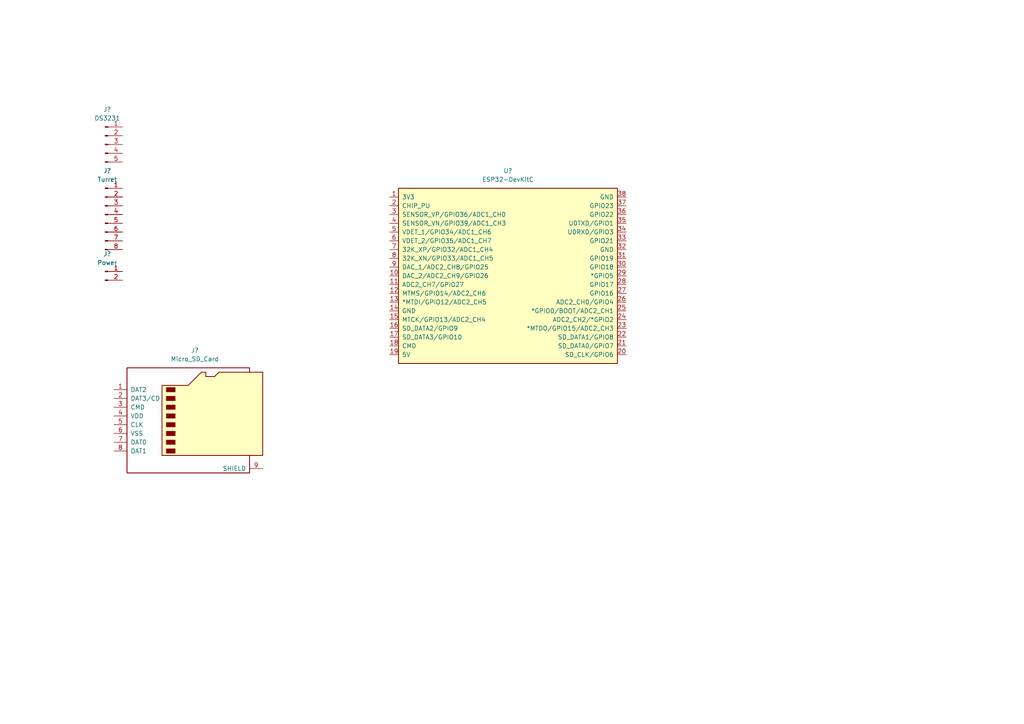
<source format=kicad_sch>
(kicad_sch (version 20211123) (generator eeschema)
  (paper "A4")
  (lib_symbols
    (symbol "Connector:Conn_01x02_Male" (pin_names (offset 1.016) hide)
      (property "Reference" "J" (at 0 2.54 0))
      (property "Value" "Conn_01x02_Male" (at 0 -5.08 0))
      (symbol "Conn_01x02_Male_1_1"
        (polyline (pts (xy 1.27 -2.54) (xy 0.8636 -2.54)) (stroke (width 0.1524)))
        (polyline (pts (xy 1.27 0) (xy 0.8636 0)) (stroke (width 0.1524)))
        (rectangle (start 0.8636 -2.413) (end 0 -2.667) (stroke (width 0.1524)) (fill (type outline)))
        (rectangle (start 0.8636 0.127) (end 0 -0.127) (stroke (width 0.1524)) (fill (type outline)))
        (pin passive line (at 5.08 0 180) (length 3.81) (name "Pin_1") (number "1"))
        (pin passive line (at 5.08 -2.54 180) (length 3.81) (name "Pin_2") (number "2"))
      )
    )
    (symbol "Connector:Conn_01x05_Male" (pin_names (offset 1.016) hide)
      (property "Reference" "J" (at 0 7.62 0))
      (property "Value" "Conn_01x05_Male" (at 0 -7.62 0))
      (symbol "Conn_01x05_Male_1_1"
        (polyline (pts (xy 1.27 -5.08) (xy 0.8636 -5.08)) (stroke (width 0.1524)))
        (polyline (pts (xy 1.27 -2.54) (xy 0.8636 -2.54)) (stroke (width 0.1524)))
        (polyline (pts (xy 1.27 0) (xy 0.8636 0)) (stroke (width 0.1524)))
        (polyline (pts (xy 1.27 2.54) (xy 0.8636 2.54)) (stroke (width 0.1524)))
        (polyline (pts (xy 1.27 5.08) (xy 0.8636 5.08)) (stroke (width 0.1524)))
        (rectangle (start 0.8636 -4.953) (end 0 -5.207) (stroke (width 0.1524)) (fill (type outline)))
        (rectangle (start 0.8636 -2.413) (end 0 -2.667) (stroke (width 0.1524)) (fill (type outline)))
        (rectangle (start 0.8636 0.127) (end 0 -0.127) (stroke (width 0.1524)) (fill (type outline)))
        (rectangle (start 0.8636 2.667) (end 0 2.413) (stroke (width 0.1524)) (fill (type outline)))
        (rectangle (start 0.8636 5.207) (end 0 4.953) (stroke (width 0.1524)) (fill (type outline)))
        (pin passive line (at 5.08 5.08 180) (length 3.81) (name "Pin_1") (number "1"))
        (pin passive line (at 5.08 2.54 180) (length 3.81) (name "Pin_2") (number "2"))
        (pin passive line (at 5.08 0 180) (length 3.81) (name "Pin_3") (number "3"))
        (pin passive line (at 5.08 -2.54 180) (length 3.81) (name "Pin_4") (number "4"))
        (pin passive line (at 5.08 -5.08 180) (length 3.81) (name "Pin_5") (number "5"))
      )
    )
    (symbol "Connector:Conn_01x08_Male" (pin_names (offset 1.016) hide)
      (property "Reference" "J" (at 0 10.16 0))
      (property "Value" "Conn_01x08_Male" (at 0 -12.7 0))
      (symbol "Conn_01x08_Male_1_1"
        (polyline (pts (xy 1.27 -10.16) (xy 0.8636 -10.16)) (stroke (width 0.1524)))
        (polyline (pts (xy 1.27 -7.62) (xy 0.8636 -7.62)) (stroke (width 0.1524)))
        (polyline (pts (xy 1.27 -5.08) (xy 0.8636 -5.08)) (stroke (width 0.1524)))
        (polyline (pts (xy 1.27 -2.54) (xy 0.8636 -2.54)) (stroke (width 0.1524)))
        (polyline (pts (xy 1.27 0) (xy 0.8636 0)) (stroke (width 0.1524)))
        (polyline (pts (xy 1.27 2.54) (xy 0.8636 2.54)) (stroke (width 0.1524)))
        (polyline (pts (xy 1.27 5.08) (xy 0.8636 5.08)) (stroke (width 0.1524)))
        (polyline (pts (xy 1.27 7.62) (xy 0.8636 7.62)) (stroke (width 0.1524)))
        (rectangle (start 0.8636 -10.033) (end 0 -10.287) (stroke (width 0.1524)) (fill (type outline)))
        (rectangle (start 0.8636 -7.493) (end 0 -7.747) (stroke (width 0.1524)) (fill (type outline)))
        (rectangle (start 0.8636 -4.953) (end 0 -5.207) (stroke (width 0.1524)) (fill (type outline)))
        (rectangle (start 0.8636 -2.413) (end 0 -2.667) (stroke (width 0.1524)) (fill (type outline)))
        (rectangle (start 0.8636 0.127) (end 0 -0.127) (stroke (width 0.1524)) (fill (type outline)))
        (rectangle (start 0.8636 2.667) (end 0 2.413) (stroke (width 0.1524)) (fill (type outline)))
        (rectangle (start 0.8636 5.207) (end 0 4.953) (stroke (width 0.1524)) (fill (type outline)))
        (rectangle (start 0.8636 7.747) (end 0 7.493) (stroke (width 0.1524)) (fill (type outline)))
        (pin passive line (at 5.08 7.62 180) (length 3.81) (name "Pin_1") (number "1"))
        (pin passive line (at 5.08 5.08 180) (length 3.81) (name "Pin_2") (number "2"))
        (pin passive line (at 5.08 2.54 180) (length 3.81) (name "Pin_3") (number "3"))
        (pin passive line (at 5.08 0 180) (length 3.81) (name "Pin_4") (number "4"))
        (pin passive line (at 5.08 -2.54 180) (length 3.81) (name "Pin_5") (number "5"))
        (pin passive line (at 5.08 -5.08 180) (length 3.81) (name "Pin_6") (number "6"))
        (pin passive line (at 5.08 -7.62 180) (length 3.81) (name "Pin_7") (number "7"))
        (pin passive line (at 5.08 -10.16 180) (length 3.81) (name "Pin_8") (number "8"))
      )
    )
    (symbol "Connector:Micro_SD_Card" (pin_names (offset 1.016))
      (property "Reference" "J" (at -16.51 15.24 0))
      (property "Value" "Micro_SD_Card" (at 16.51 15.24 0))
      (symbol "Micro_SD_Card_0_1"
        (rectangle (start -7.62 -9.525) (end -5.08 -10.795) (fill (type outline)))
        (rectangle (start -7.62 -6.985) (end -5.08 -8.255) (fill (type outline)))
        (rectangle (start -7.62 -4.445) (end -5.08 -5.715) (fill (type outline)))
        (rectangle (start -7.62 -1.905) (end -5.08 -3.175) (fill (type outline)))
        (rectangle (start -7.62 0.635) (end -5.08 -0.635) (fill (type outline)))
        (rectangle (start -7.62 3.175) (end -5.08 1.905) (fill (type outline)))
        (rectangle (start -7.62 5.715) (end -5.08 4.445) (fill (type outline)))
        (rectangle (start -7.62 8.255) (end -5.08 6.985) (fill (type outline)))
        (polyline (pts (xy 16.51 12.7) (xy 16.51 13.97) (xy -19.05 13.97) (xy -19.05 -16.51) (xy 16.51 -16.51) (xy 16.51 -11.43)) (stroke (width 0.254)))
        (polyline (pts (xy -8.89 -11.43) (xy -8.89 8.89) (xy -1.27 8.89) (xy 2.54 12.7) (xy 3.81 12.7) (xy 3.81 11.43) (xy 6.35 11.43) (xy 7.62 12.7) (xy 20.32 12.7) (xy 20.32 -11.43) (xy -8.89 -11.43)) (stroke (width 0.254)) (fill (type background)))
      )
      (symbol "Micro_SD_Card_1_1"
        (pin bidirectional line (at -22.86 7.62 0) (length 3.81) (name "DAT2") (number "1"))
        (pin bidirectional line (at -22.86 5.08 0) (length 3.81) (name "DAT3/CD") (number "2"))
        (pin input line (at -22.86 2.54 0) (length 3.81) (name "CMD") (number "3"))
        (pin power_in line (at -22.86 0 0) (length 3.81) (name "VDD") (number "4"))
        (pin input line (at -22.86 -2.54 0) (length 3.81) (name "CLK") (number "5"))
        (pin power_in line (at -22.86 -5.08 0) (length 3.81) (name "VSS") (number "6"))
        (pin bidirectional line (at -22.86 -7.62 0) (length 3.81) (name "DAT0") (number "7"))
        (pin bidirectional line (at -22.86 -10.16 0) (length 3.81) (name "DAT1") (number "8"))
        (pin passive line (at 20.32 -15.24 180) (length 3.81) (name "SHIELD") (number "9"))
      )
    )
    (symbol "Espressif:ESP32-DevKitC" (pin_names (offset 1.016))
      (property "Reference" "U" (at -30.48 30.48 0))
      (property "Value" "ESP32-DevKitC" (at -30.48 27.94 0))
      (symbol "ESP32-DevKitC_0_0"
        (pin power_in line (at -33.02 -10.16 0) (length 2.54) (name "GND") (number "14"))
        (pin power_in line (at -33.02 -22.86 0) (length 2.54) (name "5V") (number "19"))
      )
      (symbol "ESP32-DevKitC_0_1"
        (rectangle (start -30.48 25.4) (end 33.02 -25.4) (stroke (width 0.254)) (fill (type background)))
      )
      (symbol "ESP32-DevKitC_1_1"
        (pin power_in line (at -33.02 22.86 0) (length 2.54) (name "3V3") (number "1"))
        (pin bidirectional line (at -33.02 0 0) (length 2.54) (name "DAC_2/ADC2_CH9/GPIO26") (number "10"))
        (pin bidirectional line (at -33.02 -2.54 0) (length 2.54) (name "ADC2_CH7/GPIO27") (number "11"))
        (pin bidirectional line (at -33.02 -5.08 0) (length 2.54) (name "MTMS/GPIO14/ADC2_CH6") (number "12"))
        (pin bidirectional line (at -33.02 -7.62 0) (length 2.54) (name "*MTDI/GPIO12/ADC2_CH5") (number "13"))
        (pin bidirectional line (at -33.02 -12.7 0) (length 2.54) (name "MTCK/GPIO13/ADC2_CH4") (number "15"))
        (pin bidirectional line (at -33.02 -15.24 0) (length 2.54) (name "SD_DATA2/GPIO9") (number "16"))
        (pin bidirectional line (at -33.02 -17.78 0) (length 2.54) (name "SD_DATA3/GPIO10") (number "17"))
        (pin bidirectional line (at -33.02 -20.32 0) (length 2.54) (name "CMD") (number "18"))
        (pin input line (at -33.02 20.32 0) (length 2.54) (name "CHIP_PU") (number "2"))
        (pin bidirectional line (at 35.56 -22.86 180) (length 2.54) (name "SD_CLK/GPIO6") (number "20"))
        (pin bidirectional line (at 35.56 -20.32 180) (length 2.54) (name "SD_DATA0/GPIO7") (number "21"))
        (pin bidirectional line (at 35.56 -17.78 180) (length 2.54) (name "SD_DATA1/GPIO8") (number "22"))
        (pin bidirectional line (at 35.56 -15.24 180) (length 2.54) (name "*MTDO/GPIO15/ADC2_CH3") (number "23"))
        (pin bidirectional line (at 35.56 -12.7 180) (length 2.54) (name "ADC2_CH2/*GPIO2") (number "24"))
        (pin bidirectional line (at 35.56 -10.16 180) (length 2.54) (name "*GPIO0/BOOT/ADC2_CH1") (number "25"))
        (pin bidirectional line (at 35.56 -7.62 180) (length 2.54) (name "ADC2_CH0/GPIO4") (number "26"))
        (pin bidirectional line (at 35.56 -5.08 180) (length 2.54) (name "GPIO16") (number "27"))
        (pin bidirectional line (at 35.56 -2.54 180) (length 2.54) (name "GPIO17") (number "28"))
        (pin bidirectional line (at 35.56 0 180) (length 2.54) (name "*GPIO5") (number "29"))
        (pin input line (at -33.02 17.78 0) (length 2.54) (name "SENSOR_VP/GPIO36/ADC1_CH0") (number "3"))
        (pin bidirectional line (at 35.56 2.54 180) (length 2.54) (name "GPIO18") (number "30"))
        (pin bidirectional line (at 35.56 5.08 180) (length 2.54) (name "GPIO19") (number "31"))
        (pin power_in line (at 35.56 7.62 180) (length 2.54) (name "GND") (number "32"))
        (pin bidirectional line (at 35.56 10.16 180) (length 2.54) (name "GPIO21") (number "33"))
        (pin bidirectional line (at 35.56 12.7 180) (length 2.54) (name "U0RXD/GPIO3") (number "34"))
        (pin bidirectional line (at 35.56 15.24 180) (length 2.54) (name "U0TXD/GPIO1") (number "35"))
        (pin bidirectional line (at 35.56 17.78 180) (length 2.54) (name "GPIO22") (number "36"))
        (pin bidirectional line (at 35.56 20.32 180) (length 2.54) (name "GPIO23") (number "37"))
        (pin power_in line (at 35.56 22.86 180) (length 2.54) (name "GND") (number "38"))
        (pin input line (at -33.02 15.24 0) (length 2.54) (name "SENSOR_VN/GPIO39/ADC1_CH3") (number "4"))
        (pin input line (at -33.02 12.7 0) (length 2.54) (name "VDET_1/GPIO34/ADC1_CH6") (number "5"))
        (pin input line (at -33.02 10.16 0) (length 2.54) (name "VDET_2/GPIO35/ADC1_CH7") (number "6"))
        (pin bidirectional line (at -33.02 7.62 0) (length 2.54) (name "32K_XP/GPIO32/ADC1_CH4") (number "7"))
        (pin bidirectional line (at -33.02 5.08 0) (length 2.54) (name "32K_XN/GPIO33/ADC1_CH5") (number "8"))
        (pin bidirectional line (at -33.02 2.54 0) (length 2.54) (name "DAC_1/ADC2_CH8/GPIO25") (number "9"))
      )
    )
  )
  (symbol (lib_id "Connector:Conn_01x02_Male") (at 30.48 78.74 0) (unit 1)
    (property "Reference" "J?" (at 31.115 73.66 0))
    (property "Value" "Power" (at 31.115 76.2 0))
  )
  (symbol (lib_id "Espressif:ESP32-DevKitC") (at 146.05 80.01 0) (unit 1)
    (property "Reference" "U?" (at 147.32 49.53 0))
    (property "Value" "ESP32-DevKitC" (at 147.32 52.07 0))
    (property "Footprint" "Espressif:ESP32-DevKitC" (effects hide))
    (property "Datasheet" "https://docs.espressif.com/projects/esp-idf/zh_CN/latest/esp32/hw-reference/esp32/get-started-devkitc.html" (effects hide))
  )
  (symbol (lib_id "Connector:Conn_01x08_Male") (at 30.48 62.23 0) (unit 1)
    (property "Reference" "J?" (at 31.115 49.53 0))
    (property "Value" "Turret" (at 31.115 52.07 0))
  )
  (symbol (lib_id "Connector:Conn_01x05_Male") (at 30.48 41.91 0) (unit 1)
    (property "Reference" "J?" (at 31.115 31.75 0))
    (property "Value" "DS3231" (at 31.115 34.29 0))
  )
  (symbol (lib_id "Connector:Micro_SD_Card") (at 55.88 120.65 0) (unit 1)
    (property "Reference" "J?" (at 56.515 101.6 0))
    (property "Value" "Micro_SD_Card" (at 56.515 104.14 0))
    (property "Footprint" "Connector_Card:microSD_HC_Molex_47219-2001" (effects hide))
    (property "Datasheet" "http://katalog.we-online.de/em/datasheet/693072010801.pdf" (effects hide))
  )
)
</source>
